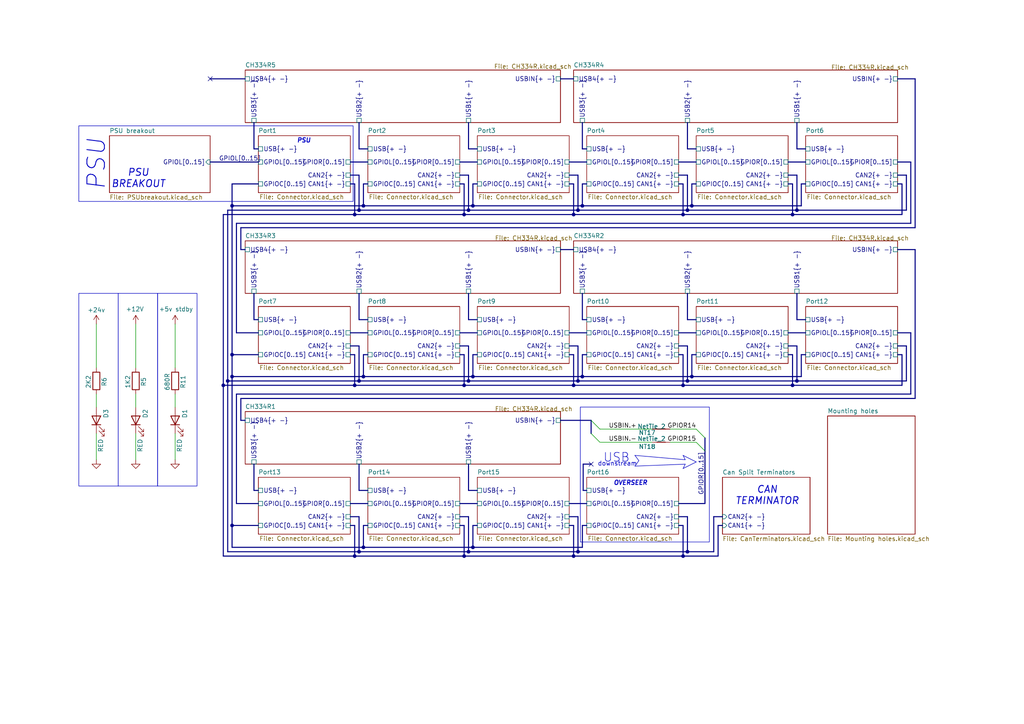
<source format=kicad_sch>
(kicad_sch (version 20231120) (generator "eeschema") (generator_version "8.0")
  (paper "A4")
  (title_block (title "ModuCard Active Backplane") (date "2024-11-15") (rev "A") (company "ModuCard System") (comment 1 "Artem Horiunov"))
  (lib_symbols
    (symbol "Device:LED" (pin_numbers hide) (pin_names (offset 1.016) hide)
      (property "Reference" "D" (at 0 2.54 0))
      (property "Value" "LED" (at 0 -2.54 0))
      (symbol "LED_0_1"
        (polyline (pts (xy -1.27 -1.27) (xy -1.27 1.27)) (stroke (width 0.254)))
        (polyline (pts (xy -1.27 0) (xy 1.27 0)))
        (polyline (pts (xy 1.27 -1.27) (xy 1.27 1.27) (xy -1.27 0) (xy 1.27 -1.27)) (stroke (width 0.254)))
        (polyline (pts (xy -3.048 -0.762) (xy -4.572 -2.286) (xy -3.81 -2.286) (xy -4.572 -2.286) (xy -4.572 -1.524)))
        (polyline (pts (xy -1.778 -0.762) (xy -3.302 -2.286) (xy -2.54 -2.286) (xy -3.302 -2.286) (xy -3.302 -1.524)))
      )
      (symbol "LED_1_1"
        (pin passive line (at -3.81 0 0) (length 2.54) (name "K") (number "1"))
        (pin passive line (at 3.81 0 180) (length 2.54) (name "A") (number "2"))
      )
    )
    (symbol "Device:NetTie_2" (pin_numbers hide) (pin_names (offset 0) hide) (in_bom no)
      (property "Reference" "NT" (at 0 1.27 0))
      (property "Value" "NetTie_2" (at 0 -1.27 0))
      (symbol "NetTie_2_0_1"
        (polyline (pts (xy -1.27 0) (xy 1.27 0)) (stroke (width 0.254)))
      )
      (symbol "NetTie_2_1_1"
        (pin passive line (at -2.54 0 0) (length 2.54) (name "1") (number "1"))
        (pin passive line (at 2.54 0 180) (length 2.54) (name "2") (number "2"))
      )
    )
    (symbol "Device:R" (pin_numbers hide) (pin_names (offset 0))
      (property "Reference" "R" (at 2.032 0 90))
      (property "Value" "R" (at 0 0 90))
      (symbol "R_0_1"
        (rectangle (start -1.016 -2.54) (end 1.016 2.54) (stroke (width 0.254)))
      )
      (symbol "R_1_1"
        (pin passive line (at 0 3.81 270) (length 1.27) (name "~") (number "1"))
        (pin passive line (at 0 -3.81 90) (length 1.27) (name "~") (number "2"))
      )
    )
    (symbol "power:+12V" (power) (pin_numbers hide) (pin_names (offset 0) hide)
      (property "Value" "+12V" (at 0 3.556 0))
      (symbol "+12V_0_1"
        (polyline (pts (xy -0.762 1.27) (xy 0 2.54)))
        (polyline (pts (xy 0 0) (xy 0 2.54)))
        (polyline (pts (xy 0 2.54) (xy 0.762 1.27)))
      )
      (symbol "+12V_1_1"
        (pin power_in line (at 0 0 90) (length 0) (name "~") (number "1"))
      )
    )
    (symbol "power:GND" (power) (pin_numbers hide) (pin_names (offset 0) hide)
      (property "Value" "GND" (at 0 -3.81 0))
      (symbol "GND_0_1"
        (polyline (pts (xy 0 0) (xy 0 -1.27) (xy 1.27 -1.27) (xy 0 -2.54) (xy -1.27 -1.27) (xy 0 -1.27)))
      )
      (symbol "GND_1_1"
        (pin power_in line (at 0 0 270) (length 0) (name "~") (number "1"))
      )
    )
  )
  (junction (at 67.31 109.22))
  (junction (at 199.39 110.49))
  (junction (at 166.37 62.23))
  (junction (at 105.41 158.75))
  (junction (at 198.12 161.29))
  (junction (at 102.87 111.76))
  (junction (at 104.14 110.49))
  (junction (at 104.14 60.96))
  (junction (at 67.31 59.69))
  (junction (at 199.39 60.96))
  (junction (at 135.89 60.96))
  (junction (at 168.91 109.22))
  (junction (at 137.16 158.75))
  (junction (at 135.89 110.49))
  (junction (at 200.66 109.22))
  (junction (at 64.77 111.76))
  (junction (at 134.62 62.23))
  (junction (at 199.39 160.02))
  (junction (at 67.31 102.87))
  (junction (at 200.66 59.69))
  (junction (at 231.14 110.49))
  (junction (at 66.04 110.49))
  (junction (at 137.16 59.69))
  (junction (at 104.14 160.02))
  (junction (at 166.37 161.29))
  (junction (at 229.87 62.23))
  (junction (at 167.64 60.96))
  (junction (at 231.14 60.96))
  (junction (at 134.62 111.76))
  (junction (at 137.16 109.22))
  (junction (at 198.12 62.23))
  (junction (at 102.87 62.23))
  (junction (at 229.87 111.76))
  (junction (at 167.64 110.49))
  (junction (at 166.37 111.76))
  (junction (at 134.62 161.29))
  (junction (at 105.41 109.22))
  (junction (at 168.91 59.69))
  (junction (at 198.12 111.76))
  (junction (at 105.41 59.69))
  (junction (at 67.31 152.4))
  (junction (at 102.87 161.29))
  (junction (at 167.64 160.02))
  (junction (at 135.89 160.02))
  (no_connect (at 60.96 22.86))
  (no_connect (at 171.45 134.62))
  (bus_entry (at 171.45 125.73) (size 2.54 2.54))
  (bus_entry (at 204.47 130.81) (size -2.54 -2.54))
  (bus_entry (at 171.45 121.92) (size 2.54 2.54))
  (bus_entry (at 204.47 127) (size -2.54 -2.54))
  (bus (pts (xy 167.64 149.86) (xy 167.64 160.02)))
  (bus (pts (xy 66.04 160.02) (xy 104.14 160.02)))
  (bus (pts (xy 165.1 46.99) (xy 170.18 46.99)))
  (bus (pts (xy 135.89 110.49) (xy 167.64 110.49)))
  (bus (pts (xy 165.1 96.52) (xy 170.18 96.52)))
  (bus (pts (xy 166.37 53.34) (xy 166.37 62.23)))
  (bus (pts (xy 67.31 59.69) (xy 105.41 59.69)))
  (bus (pts (xy 198.12 102.87) (xy 198.12 111.76)))
  (bus (pts (xy 261.62 111.76) (xy 261.62 102.87)))
  (wire (pts (xy 27.94 125.73) (xy 27.94 133.35)))
  (bus (pts (xy 229.87 62.23) (xy 198.12 62.23)))
  (wire (pts (xy 39.37 114.3) (xy 39.37 118.11)))
  (bus (pts (xy 135.89 60.96) (xy 167.64 60.96)))
  (bus (pts (xy 104.14 35.56) (xy 104.14 43.18)))
  (bus (pts (xy 264.16 114.3) (xy 68.58 114.3)))
  (bus (pts (xy 232.41 53.34) (xy 232.41 59.69)))
  (bus (pts (xy 165.1 100.33) (xy 167.64 100.33)))
  (wire (pts (xy 39.37 125.73) (xy 39.37 133.35)))
  (bus (pts (xy 104.14 92.71) (xy 106.68 92.71)))
  (bus (pts (xy 165.1 146.05) (xy 170.18 146.05)))
  (bus (pts (xy 102.87 53.34) (xy 102.87 62.23)))
  (bus (pts (xy 68.58 114.3) (xy 68.58 146.05)))
  (bus (pts (xy 228.6 50.8) (xy 231.14 50.8)))
  (bus (pts (xy 101.6 100.33) (xy 104.14 100.33)))
  (bus (pts (xy 232.41 102.87) (xy 232.41 109.22)))
  (bus (pts (xy 102.87 161.29) (xy 64.77 161.29)))
  (bus (pts (xy 134.62 152.4) (xy 134.62 161.29)))
  (bus (pts (xy 73.66 134.62) (xy 73.66 142.24)))
  (bus (pts (xy 231.14 100.33) (xy 231.14 110.49)))
  (bus (pts (xy 207.01 149.86) (xy 209.55 149.86)))
  (bus (pts (xy 199.39 100.33) (xy 199.39 110.49)))
  (bus (pts (xy 207.01 160.02) (xy 207.01 149.86)))
  (bus (pts (xy 264.16 96.52) (xy 260.35 96.52)))
  (bus (pts (xy 73.66 35.56) (xy 73.66 43.18)))
  (bus (pts (xy 168.91 158.75) (xy 137.16 158.75)))
  (bus (pts (xy 106.68 53.34) (xy 105.41 53.34)))
  (bus (pts (xy 134.62 53.34) (xy 134.62 62.23)))
  (bus (pts (xy 167.64 110.49) (xy 199.39 110.49)))
  (bus (pts (xy 200.66 109.22) (xy 168.91 109.22)))
  (bus (pts (xy 199.39 110.49) (xy 231.14 110.49)))
  (bus (pts (xy 228.6 100.33) (xy 231.14 100.33)))
  (bus (pts (xy 229.87 111.76) (xy 198.12 111.76)))
  (bus (pts (xy 104.14 50.8) (xy 104.14 60.96)))
  (bus (pts (xy 104.14 60.96) (xy 66.04 60.96)))
  (bus (pts (xy 165.1 152.4) (xy 166.37 152.4)))
  (bus (pts (xy 167.64 100.33) (xy 167.64 110.49)))
  (bus (pts (xy 201.93 102.87) (xy 200.66 102.87)))
  (bus (pts (xy 105.41 102.87) (xy 105.41 109.22)))
  (bus (pts (xy 168.91 43.18) (xy 170.18 43.18)))
  (bus (pts (xy 208.28 152.4) (xy 208.28 161.29)))
  (bus (pts (xy 135.89 50.8) (xy 135.89 60.96)))
  (bus (pts (xy 198.12 161.29) (xy 166.37 161.29)))
  (polyline (pts (xy 198.12 135.89) (xy 201.93 133.985)))
  (polyline (pts (xy 185.293 133.604) (xy 184.1667 135.1963)))
  (bus (pts (xy 167.64 50.8) (xy 167.64 60.96)))
  (bus (pts (xy 138.43 53.34) (xy 137.16 53.34)))
  (wire (pts (xy 27.94 106.68) (xy 27.94 93.98)))
  (bus (pts (xy 133.35 146.05) (xy 138.43 146.05)))
  (bus (pts (xy 170.18 102.87) (xy 168.91 102.87)))
  (bus (pts (xy 101.6 96.52) (xy 106.68 96.52)))
  (bus (pts (xy 134.62 102.87) (xy 134.62 111.76)))
  (bus (pts (xy 231.14 60.96) (xy 262.89 60.96)))
  (bus (pts (xy 69.85 115.57) (xy 265.43 115.57)))
  (bus (pts (xy 135.89 35.56) (xy 135.89 43.18)))
  (bus (pts (xy 231.14 110.49) (xy 262.89 110.49)))
  (bus (pts (xy 198.12 53.34) (xy 198.12 62.23)))
  (polyline (pts (xy 198.12 132.08) (xy 198.755 133.35)))
  (bus (pts (xy 204.47 127) (xy 204.47 130.81)))
  (bus (pts (xy 165.1 50.8) (xy 167.64 50.8)))
  (bus (pts (xy 233.68 53.34) (xy 232.41 53.34)))
  (bus (pts (xy 133.35 149.86) (xy 135.89 149.86)))
  (bus (pts (xy 134.62 62.23) (xy 102.87 62.23)))
  (bus (pts (xy 166.37 152.4) (xy 166.37 161.29)))
  (bus (pts (xy 104.14 85.09) (xy 104.14 92.71)))
  (bus (pts (xy 133.35 102.87) (xy 134.62 102.87)))
  (bus (pts (xy 106.68 152.4) (xy 105.41 152.4)))
  (bus (pts (xy 169.1525 134.62) (xy 171.45 134.62)))
  (bus (pts (xy 262.89 100.33) (xy 260.35 100.33)))
  (bus (pts (xy 105.41 53.34) (xy 105.41 59.69)))
  (bus (pts (xy 104.14 134.62) (xy 104.14 142.24)))
  (polyline (pts (xy 198.755 134.62) (xy 198.12 135.89)))
  (bus (pts (xy 104.14 149.86) (xy 104.14 160.02)))
  (bus (pts (xy 231.14 43.18) (xy 233.68 43.18)))
  (bus (pts (xy 162.56 72.39) (xy 166.37 72.39)))
  (bus (pts (xy 209.55 152.4) (xy 208.28 152.4)))
  (bus (pts (xy 166.37 62.23) (xy 134.62 62.23)))
  (bus (pts (xy 265.43 72.39) (xy 260.35 72.39)))
  (bus (pts (xy 138.43 102.87) (xy 137.16 102.87)))
  (bus (pts (xy 196.85 149.86) (xy 199.39 149.86)))
  (bus (pts (xy 169.1525 142.24) (xy 169.1525 134.62)))
  (bus (pts (xy 66.04 110.49) (xy 66.04 160.02)))
  (bus (pts (xy 137.16 109.22) (xy 105.41 109.22)))
  (bus (pts (xy 166.37 111.76) (xy 134.62 111.76)))
  (bus (pts (xy 200.66 102.87) (xy 200.66 109.22)))
  (bus (pts (xy 228.6 46.99) (xy 233.68 46.99)))
  (bus (pts (xy 229.87 111.76) (xy 261.62 111.76)))
  (bus (pts (xy 104.14 60.96) (xy 135.89 60.96)))
  (bus (pts (xy 265.43 66.04) (xy 265.43 22.86)))
  (bus (pts (xy 196.85 100.33) (xy 199.39 100.33)))
  (bus (pts (xy 231.14 50.8) (xy 231.14 60.96)))
  (bus (pts (xy 104.14 142.24) (xy 106.68 142.24)))
  (bus (pts (xy 198.12 111.76) (xy 166.37 111.76)))
  (bus (pts (xy 167.64 160.02) (xy 199.39 160.02)))
  (bus (pts (xy 67.31 102.87) (xy 67.31 59.69)))
  (bus (pts (xy 199.39 43.18) (xy 201.93 43.18)))
  (bus (pts (xy 135.89 134.62) (xy 135.89 142.24)))
  (bus (pts (xy 168.91 102.87) (xy 168.91 109.22)))
  (bus (pts (xy 105.41 158.75) (xy 67.31 158.75)))
  (bus (pts (xy 262.89 50.8) (xy 260.35 50.8)))
  (bus (pts (xy 60.96 46.99) (xy 74.93 46.99)))
  (bus (pts (xy 200.66 59.69) (xy 168.91 59.69)))
  (bus (pts (xy 196.85 146.05) (xy 204.47 146.05)))
  (bus (pts (xy 134.62 111.76) (xy 102.87 111.76)))
  (bus (pts (xy 228.6 96.52) (xy 233.68 96.52)))
  (bus (pts (xy 104.14 110.49) (xy 135.89 110.49)))
  (bus (pts (xy 67.31 53.34) (xy 67.31 59.69)))
  (bus (pts (xy 60.96 22.86) (xy 71.12 22.86)))
  (bus (pts (xy 73.66 85.09) (xy 73.66 92.71)))
  (bus (pts (xy 199.39 50.8) (xy 199.39 60.96)))
  (bus (pts (xy 204.47 130.81) (xy 204.47 146.05)))
  (bus (pts (xy 133.35 46.99) (xy 138.43 46.99)))
  (polyline (pts (xy 184.1667 135.1963) (xy 198.755 134.62)))
  (bus (pts (xy 133.35 53.34) (xy 134.62 53.34)))
  (bus (pts (xy 170.18 142.24) (xy 169.1525 142.24)))
  (bus (pts (xy 71.12 72.39) (xy 69.85 72.39)))
  (bus (pts (xy 260.35 53.34) (xy 261.62 53.34)))
  (bus (pts (xy 199.39 85.09) (xy 199.39 92.71)))
  (bus (pts (xy 168.91 92.71) (xy 170.18 92.71)))
  (bus (pts (xy 228.6 53.34) (xy 229.87 53.34)))
  (bus (pts (xy 196.85 46.99) (xy 201.93 46.99)))
  (bus (pts (xy 264.16 114.3) (xy 264.16 96.52)))
  (bus (pts (xy 66.04 60.96) (xy 66.04 110.49)))
  (bus (pts (xy 229.87 53.34) (xy 229.87 62.23)))
  (bus (pts (xy 64.77 111.76) (xy 64.77 62.23)))
  (wire (pts (xy 50.8 106.68) (xy 50.8 93.98)))
  (bus (pts (xy 165.1 102.87) (xy 166.37 102.87)))
  (bus (pts (xy 228.6 102.87) (xy 229.87 102.87)))
  (bus (pts (xy 64.77 161.29) (xy 64.77 111.76)))
  (bus (pts (xy 166.37 161.29) (xy 134.62 161.29)))
  (bus (pts (xy 133.35 100.33) (xy 135.89 100.33)))
  (bus (pts (xy 73.66 43.18) (xy 74.93 43.18)))
  (bus (pts (xy 69.85 66.04) (xy 265.43 66.04)))
  (bus (pts (xy 104.14 160.02) (xy 135.89 160.02)))
  (bus (pts (xy 166.37 102.87) (xy 166.37 111.76)))
  (bus (pts (xy 67.31 152.4) (xy 67.31 109.22)))
  (bus (pts (xy 137.16 158.75) (xy 105.41 158.75)))
  (bus (pts (xy 106.68 102.87) (xy 105.41 102.87)))
  (bus (pts (xy 135.89 149.86) (xy 135.89 160.02)))
  (wire (pts (xy 50.8 114.3) (xy 50.8 118.11)))
  (bus (pts (xy 102.87 102.87) (xy 102.87 111.76)))
  (bus (pts (xy 67.31 158.75) (xy 67.31 152.4)))
  (bus (pts (xy 101.6 50.8) (xy 104.14 50.8)))
  (bus (pts (xy 168.91 109.22) (xy 137.16 109.22)))
  (bus (pts (xy 233.68 102.87) (xy 232.41 102.87)))
  (bus (pts (xy 170.18 53.34) (xy 168.91 53.34)))
  (bus (pts (xy 201.93 53.34) (xy 200.66 53.34)))
  (bus (pts (xy 135.89 92.71) (xy 138.43 92.71)))
  (bus (pts (xy 231.14 35.56) (xy 231.14 43.18)))
  (bus (pts (xy 67.31 109.22) (xy 67.31 102.87)))
  (bus (pts (xy 101.6 102.87) (xy 102.87 102.87)))
  (bus (pts (xy 74.93 53.34) (xy 67.31 53.34)))
  (bus (pts (xy 137.16 59.69) (xy 105.41 59.69)))
  (bus (pts (xy 232.41 109.22) (xy 200.66 109.22)))
  (bus (pts (xy 101.6 152.4) (xy 102.87 152.4)))
  (bus (pts (xy 229.87 62.23) (xy 261.62 62.23)))
  (bus (pts (xy 68.58 146.05) (xy 74.93 146.05)))
  (bus (pts (xy 261.62 62.23) (xy 261.62 53.34)))
  (bus (pts (xy 199.39 92.71) (xy 201.93 92.71)))
  (bus (pts (xy 167.64 60.96) (xy 199.39 60.96)))
  (bus (pts (xy 133.35 50.8) (xy 135.89 50.8)))
  (bus (pts (xy 264.16 46.99) (xy 264.16 64.77)))
  (bus (pts (xy 102.87 152.4) (xy 102.87 161.29)))
  (bus (pts (xy 138.43 152.4) (xy 137.16 152.4)))
  (bus (pts (xy 165.1 53.34) (xy 166.37 53.34)))
  (bus (pts (xy 199.39 149.86) (xy 199.39 160.02)))
  (bus (pts (xy 64.77 62.23) (xy 102.87 62.23)))
  (bus (pts (xy 170.18 152.4) (xy 168.91 152.4)))
  (wire (pts (xy 27.94 114.3) (xy 27.94 118.11)))
  (wire (pts (xy 50.8 125.73) (xy 50.8 133.35)))
  (bus (pts (xy 262.89 110.49) (xy 262.89 100.33)))
  (bus (pts (xy 196.85 96.52) (xy 201.93 96.52)))
  (bus (pts (xy 133.35 152.4) (xy 134.62 152.4)))
  (bus (pts (xy 135.89 160.02) (xy 167.64 160.02)))
  (bus (pts (xy 168.91 152.4) (xy 168.91 158.75)))
  (bus (pts (xy 265.43 115.57) (xy 265.43 72.39)))
  (bus (pts (xy 162.56 121.92) (xy 171.45 121.92)))
  (bus (pts (xy 168.91 53.34) (xy 168.91 59.69)))
  (bus (pts (xy 199.39 60.96) (xy 231.14 60.96)))
  (bus (pts (xy 198.12 62.23) (xy 166.37 62.23)))
  (bus (pts (xy 196.85 102.87) (xy 198.12 102.87)))
  (wire (pts (xy 201.93 128.27) (xy 194.31 128.27)))
  (bus (pts (xy 232.41 59.69) (xy 200.66 59.69)))
  (bus (pts (xy 68.58 64.77) (xy 68.58 96.52)))
  (bus (pts (xy 135.89 142.24) (xy 138.43 142.24)))
  (bus (pts (xy 135.89 100.33) (xy 135.89 110.49)))
  (bus (pts (xy 165.1 149.86) (xy 167.64 149.86)))
  (wire (pts (xy 39.37 106.68) (xy 39.37 93.98)))
  (bus (pts (xy 133.35 96.52) (xy 138.43 96.52)))
  (bus (pts (xy 101.6 53.34) (xy 102.87 53.34)))
  (bus (pts (xy 208.28 161.29) (xy 198.12 161.29)))
  (bus (pts (xy 105.41 152.4) (xy 105.41 158.75)))
  (polyline (pts (xy 184.15 132.08) (xy 185.293 133.604)))
  (bus (pts (xy 135.89 43.18) (xy 138.43 43.18)))
  (bus (pts (xy 137.16 53.34) (xy 137.16 59.69)))
  (bus (pts (xy 67.31 102.87) (xy 74.93 102.87)))
  (bus (pts (xy 264.16 64.77) (xy 68.58 64.77)))
  (polyline (pts (xy 201.93 133.985) (xy 198.12 132.08)))
  (bus (pts (xy 104.14 100.33) (xy 104.14 110.49)))
  (bus (pts (xy 134.62 161.29) (xy 102.87 161.29)))
  (bus (pts (xy 199.39 160.02) (xy 207.01 160.02)))
  (bus (pts (xy 196.85 50.8) (xy 199.39 50.8)))
  (bus (pts (xy 73.66 92.71) (xy 74.93 92.71)))
  (bus (pts (xy 69.85 121.92) (xy 69.85 115.57)))
  (bus (pts (xy 262.89 60.96) (xy 262.89 50.8)))
  (wire (pts (xy 194.31 124.46) (xy 201.93 124.46)))
  (bus (pts (xy 73.66 142.24) (xy 74.93 142.24)))
  (bus (pts (xy 101.6 46.99) (xy 106.68 46.99)))
  (bus (pts (xy 196.85 53.34) (xy 198.12 53.34)))
  (bus (pts (xy 162.56 22.86) (xy 166.37 22.86)))
  (bus (pts (xy 66.04 110.49) (xy 104.14 110.49)))
  (bus (pts (xy 231.14 92.71) (xy 233.68 92.71)))
  (wire (pts (xy 173.99 128.27) (xy 189.23 128.27)))
  (bus (pts (xy 137.16 102.87) (xy 137.16 109.22)))
  (bus (pts (xy 67.31 152.4) (xy 74.93 152.4)))
  (bus (pts (xy 199.39 35.56) (xy 199.39 43.18)))
  (bus (pts (xy 71.12 121.92) (xy 69.85 121.92)))
  (bus (pts (xy 260.35 46.99) (xy 264.16 46.99)))
  (bus (pts (xy 101.6 149.86) (xy 104.14 149.86)))
  (wire (pts (xy 173.99 124.46) (xy 189.23 124.46)))
  (bus (pts (xy 69.85 72.39) (xy 69.85 66.04)))
  (bus (pts (xy 104.14 43.18) (xy 106.68 43.18)))
  (bus (pts (xy 168.91 85.09) (xy 168.91 92.71)))
  (bus (pts (xy 168.91 35.56) (xy 168.91 43.18)))
  (bus (pts (xy 102.87 111.76) (xy 64.77 111.76)))
  (bus (pts (xy 135.89 85.09) (xy 135.89 92.71)))
  (bus (pts (xy 231.14 85.09) (xy 231.14 92.71)))
  (bus (pts (xy 200.66 53.34) (xy 200.66 59.69)))
  (bus (pts (xy 229.87 102.87) (xy 229.87 111.76)))
  (bus (pts (xy 260.35 102.87) (xy 261.62 102.87)))
  (bus (pts (xy 198.12 152.4) (xy 198.12 161.29)))
  (bus (pts (xy 168.91 59.69) (xy 137.16 59.69)))
  (polyline (pts (xy 198.755 133.35) (xy 184.15 132.08)))
  (bus (pts (xy 68.58 96.52) (xy 74.93 96.52)))
  (bus (pts (xy 265.43 22.86) (xy 260.35 22.86)))
  (bus (pts (xy 105.41 109.22) (xy 67.31 109.22)))
  (bus (pts (xy 101.6 146.05) (xy 106.68 146.05)))
  (bus (pts (xy 196.85 152.4) (xy 198.12 152.4)))
  (bus (pts (xy 171.45 121.92) (xy 171.45 125.73)))
  (bus (pts (xy 137.16 152.4) (xy 137.16 158.75)))
  (rectangle (start 168.3111 118.0625) (end 205.74 157.1978))
  (rectangle (start 34.29 85.09) (end 45.72 140.97))
  (rectangle (start 45.72 85.09) (end 57.15 140.97))
  (rectangle (start 22.86 85.09) (end 34.29 140.97))
  (rectangle (start 22.86 36.4964) (end 102.4215 58.42))
  (text "OVERSEER" (at 182.88 140.208 0) (effects (font (size 1.27 1.27) (thickness 0.254) (bold yes) (italic yes))))
  (text "PSU" (at 27.94 47.752 90) (effects (font (size 5.08 5.08) (thickness 0.254) (bold yes) (italic yes))))
  (text "PSU" (at 88.138 40.894 0) (effects (font (size 1.27 1.27) (thickness 0.254) (bold yes) (italic yes))))
  (text "downstream" (at 179.07 134.62 0) (effects (font (size 1.27 1.27))))
  (text "PSU\nBREAKOUT" (at 40.132 51.816 0) (effects (font (size 2.032 2.032) (thickness 0.254) (bold yes) (italic yes))))
  (text "CAN\nTERMINATOR\n" (at 222.504 143.764 0) (effects (font (size 2.032 2.032) (thickness 0.254) (bold yes) (italic yes))))
  (text "USB\n" (at 178.816 132.842 0) (effects (font (size 2.54 2.54))))
  (label "USBIN.+" (at 176.53 124.46 0))
  (label "USBIN.-" (at 176.53 128.27 0))
  (label "GPIOL[0..15]" (at 63.5 46.99 0))
  (label "GPIOR14" (at 201.93 124.46 180))
  (label "GPIOR15" (at 201.93 128.27 180))
  (label "GPIOR[0..15]" (at 204.47 143.51 90))
  (symbol (lib_id "power:+12V") (at 27.94 93.98 0) (mirror y) (unit 1)
    (property "Reference" "#PWR09" (effects (hide yes)))
    (property "Value" "+24v" (at 27.94 89.916 0))
    (property "Description" "Power symbol creates a global label with name \"+12V\"" (effects (hide yes)))
  )
  (symbol (lib_id "Device:R") (at 27.94 110.49 0) (unit 1)
    (property "Reference" "R6" (at 30.226 110.744 90))
    (property "Value" "2K2" (at 25.654 110.744 90))
    (property "Footprint" "Resistor_SMD:R_0402_1005Metric" (effects (hide yes)))
    (property "Description" "Resistor" (effects (hide yes)))
  )
  (symbol (lib_id "Device:R") (at 50.8 110.49 0) (unit 1)
    (property "Reference" "R11" (at 53.086 110.744 90))
    (property "Value" "680R" (at 48.514 110.744 90))
    (property "Footprint" "Resistor_SMD:R_0402_1005Metric" (effects (hide yes)))
    (property "Description" "Resistor" (effects (hide yes)))
  )
  (symbol (lib_id "power:+12V") (at 50.8 93.98 0) (unit 1)
    (property "Reference" "#PWR0631" (effects (hide yes)))
    (property "Value" "+5v stdby" (at 51.054 89.662 0))
    (property "Description" "Power symbol creates a global label with name \"+12V\"" (effects (hide yes)))
  )
  (symbol (lib_id "power:GND") (at 50.8 133.35 0) (unit 1)
    (property "Reference" "#PWR012" (effects (hide yes)))
    (property "Value" "GND" (effects (hide yes)))
  )
  (symbol (lib_id "Device:LED") (at 27.94 121.92 90) (unit 1)
    (property "Reference" "D3" (at 30.734 118.618 0) (effects (justify right)))
    (property "Value" "RED" (at 29.21 127.254 0) (effects (justify right)))
    (property "Footprint" "Diode_SMD:D_0402_1005Metric" (effects (hide yes)))
    (property "Description" "Light emitting diode" (effects (hide yes)))
  )
  (symbol (lib_id "Device:LED") (at 39.37 121.92 90) (unit 1)
    (property "Reference" "D2" (at 42.164 118.618 0) (effects (justify right)))
    (property "Value" "RED" (at 40.64 127.254 0) (effects (justify right)))
    (property "Footprint" "Diode_SMD:D_0402_1005Metric" (effects (hide yes)))
    (property "Description" "Light emitting diode" (effects (hide yes)))
  )
  (symbol (lib_id "power:GND") (at 39.37 133.35 0) (unit 1)
    (property "Reference" "#PWR06" (effects (hide yes)))
    (property "Value" "GND" (effects (hide yes)))
  )
  (symbol (lib_id "power:+12V") (at 39.37 93.98 0) (mirror y) (unit 1)
    (property "Reference" "#PWR05" (effects (hide yes)))
    (property "Value" "+12V" (at 39.116 89.662 0))
    (property "Description" "Power symbol creates a global label with name \"+12V\"" (effects (hide yes)))
  )
  (symbol (lib_id "Device:NetTie_2") (at 191.77 124.46 0) (unit 1) (in_bom no)
    (property "Reference" "NT17" (at 187.706 125.476 0))
    (property "Value" "NetTie_2" (at 188.976 123.698 0))
    (property "Footprint" "NetTie:NetTie-2_SMD_Pad0.5mm" (effects (hide yes)))
    (property "Description" "Net tie, 2 pins" (effects (hide yes)))
  )
  (symbol (lib_id "power:GND") (at 27.94 133.35 0) (unit 1)
    (property "Reference" "#PWR010" (effects (hide yes)))
    (property "Value" "GND" (effects (hide yes)))
  )
  (symbol (lib_id "Device:NetTie_2") (at 191.77 128.27 0) (unit 1) (in_bom no)
    (property "Reference" "NT18" (at 187.706 129.54 0))
    (property "Value" "NetTie_2" (at 188.976 127.254 0))
    (property "Footprint" "NetTie:NetTie-2_SMD_Pad0.5mm" (effects (hide yes)))
    (property "Description" "Net tie, 2 pins" (effects (hide yes)))
  )
  (symbol (lib_id "Device:R") (at 39.37 110.49 0) (unit 1)
    (property "Reference" "R5" (at 41.656 110.744 90))
    (property "Value" "1K2" (at 37.084 110.744 90))
    (property "Footprint" "Resistor_SMD:R_0402_1005Metric" (effects (hide yes)))
    (property "Description" "Resistor" (effects (hide yes)))
  )
  (symbol (lib_id "Device:LED") (at 50.8 121.92 90) (unit 1)
    (property "Reference" "D1" (at 53.594 118.618 0) (effects (justify right)))
    (property "Value" "RED" (at 52.07 127.254 0) (effects (justify right)))
    (property "Footprint" "Diode_SMD:D_0402_1005Metric" (effects (hide yes)))
    (property "Description" "Light emitting diode" (effects (hide yes)))
  )
  (sheet (at 166.37 69.85) (size 93.98 15.24) (stroke (width 0.1524))
    (property "Sheetname" "CH334R2" (at 166.37 69.1384 0) (effects (justify left bottom)))
    (property "Sheetfile" "CH334R.kicad_sch" (at 241.046 68.326 0) (effects (justify left top)))
    (pin "USB1{+ -}" passive (at 231.14 85.09 270))
    (pin "USB3{+ -}" passive (at 168.91 85.09 270))
    (pin "USB2{+ -}" passive (at 199.39 85.09 270))
    (pin "USB4{+ -}" passive (at 166.37 72.39 180))
    (pin "USBIN{+ -}" passive (at 260.35 72.39 0))
  )
  (sheet (at 240.03 120.65) (size 25.4 34.29) (stroke (width 0.1524))
    (property "Sheetname" "Mounting holes" (at 240.03 119.9384 0) (effects (justify left bottom)))
    (property "Sheetfile" "Mounting holes.kicad_sch" (at 240.03 155.5246 0) (effects (justify left top)))
  )
  (sheet (at 71.12 20.32) (size 91.44 15.24) (stroke (width 0.1524))
    (property "Sheetname" "CH334R5" (at 71.12 19.6084 0) (effects (justify left bottom)))
    (property "Sheetfile" "CH334R.kicad_sch" (at 143.256 18.542 0) (effects (justify left top)))
    (pin "USB1{+ -}" passive (at 135.89 35.56 270))
    (pin "USB3{+ -}" passive (at 73.66 35.56 270))
    (pin "USB2{+ -}" passive (at 104.14 35.56 270))
    (pin "USB4{+ -}" passive (at 71.12 22.86 180))
    (pin "USBIN{+ -}" passive (at 162.56 22.86 0))
  )
  (sheet (at 209.55 138.43) (size 25.4 16.51) (stroke (width 0.1524))
    (property "Sheetname" "Can Split Terminators" (at 209.55 137.7184 0) (effects (justify left bottom)))
    (property "Sheetfile" "CanTerminators.kicad_sch" (at 209.55 155.5246 0) (effects (justify left top)))
    (pin "CAN2{+ -}" input (at 209.55 149.86 180))
    (pin "CAN1{+ -}" input (at 209.55 152.4 180))
  )
  (sheet (at 170.18 39.37) (size 26.67 16.51) (stroke (width 0.1524))
    (property "Sheetname" "Port4" (at 170.18 38.608 0) (effects (justify left bottom)))
    (property "Sheetfile" "Connector.kicad_sch" (at 170.434 56.388 0) (effects (justify left top)))
    (pin "GPIOL[0..15]" passive (at 170.18 46.99 180))
    (pin "GPIOC[0..15]" passive (at 170.18 53.34 180))
    (pin "GPIOR[0..15]" passive (at 196.85 46.99 0))
    (pin "CAN2{+ -}" passive (at 196.85 50.8 0))
    (pin "CAN1{+ -}" passive (at 196.85 53.34 0))
    (pin "USB{+ -}" passive (at 170.18 43.18 180))
  )
  (sheet (at 201.93 39.37) (size 26.67 16.51) (stroke (width 0.1524))
    (property "Sheetname" "Port5" (at 201.93 38.608 0) (effects (justify left bottom)))
    (property "Sheetfile" "Connector.kicad_sch" (at 202.184 56.388 0) (effects (justify left top)))
    (pin "GPIOL[0..15]" passive (at 201.93 46.99 180))
    (pin "GPIOC[0..15]" passive (at 201.93 53.34 180))
    (pin "GPIOR[0..15]" passive (at 228.6 46.99 0))
    (pin "CAN2{+ -}" passive (at 228.6 50.8 0))
    (pin "CAN1{+ -}" passive (at 228.6 53.34 0))
    (pin "USB{+ -}" passive (at 201.93 43.18 180))
  )
  (sheet (at 166.37 20.32) (size 93.98 15.24) (stroke (width 0.1524))
    (property "Sheetname" "CH334R4" (at 166.37 19.6084 0) (effects (justify left bottom)))
    (property "Sheetfile" "CH334R.kicad_sch" (at 241.046 18.796 0) (effects (justify left top)))
    (pin "USB1{+ -}" passive (at 231.14 35.56 270))
    (pin "USB3{+ -}" passive (at 168.91 35.56 270))
    (pin "USB2{+ -}" passive (at 199.39 35.56 270))
    (pin "USB4{+ -}" passive (at 166.37 22.86 180))
    (pin "USBIN{+ -}" passive (at 260.35 22.86 0))
  )
  (sheet (at 71.12 69.85) (size 91.44 15.24) (stroke (width 0.1524))
    (property "Sheetname" "CH334R3" (at 71.12 69.1384 0) (effects (justify left bottom)))
    (property "Sheetfile" "CH334R.kicad_sch" (at 143.51 68.326 0) (effects (justify left top)))
    (pin "USB1{+ -}" passive (at 135.89 85.09 270))
    (pin "USB3{+ -}" passive (at 73.66 85.09 270))
    (pin "USB2{+ -}" passive (at 104.14 85.09 270))
    (pin "USB4{+ -}" passive (at 71.12 72.39 180))
    (pin "USBIN{+ -}" passive (at 162.56 72.39 0))
  )
  (sheet (at 74.93 39.37) (size 26.67 16.51) (stroke (width 0.1524))
    (property "Sheetname" "Port1" (at 74.93 38.608 0) (effects (justify left bottom)))
    (property "Sheetfile" "Connector.kicad_sch" (at 75.184 56.388 0) (effects (justify left top)))
    (pin "GPIOL[0..15]" passive (at 74.93 46.99 180))
    (pin "GPIOC[0..15]" passive (at 74.93 53.34 180))
    (pin "GPIOR[0..15]" passive (at 101.6 46.99 0))
    (pin "CAN2{+ -}" passive (at 101.6 50.8 0))
    (pin "CAN1{+ -}" passive (at 101.6 53.34 0))
    (pin "USB{+ -}" passive (at 74.93 43.18 180))
  )
  (sheet (at 233.68 88.9) (size 26.67 16.51) (stroke (width 0.1524))
    (property "Sheetname" "Port12" (at 233.68 88.138 0) (effects (justify left bottom)))
    (property "Sheetfile" "Connector.kicad_sch" (at 233.934 105.918 0) (effects (justify left top)))
    (pin "GPIOL[0..15]" passive (at 233.68 96.52 180))
    (pin "GPIOC[0..15]" passive (at 233.68 102.87 180))
    (pin "GPIOR[0..15]" passive (at 260.35 96.52 0))
    (pin "CAN2{+ -}" passive (at 260.35 100.33 0))
    (pin "CAN1{+ -}" passive (at 260.35 102.87 0))
    (pin "USB{+ -}" passive (at 233.68 92.71 180))
  )
  (sheet (at 74.93 138.43) (size 26.67 16.51) (stroke (width 0.1524))
    (property "Sheetname" "Port13" (at 74.93 137.668 0) (effects (justify left bottom)))
    (property "Sheetfile" "Connector.kicad_sch" (at 75.184 155.448 0) (effects (justify left top)))
    (pin "GPIOL[0..15]" passive (at 74.93 146.05 180))
    (pin "GPIOC[0..15]" passive (at 74.93 152.4 180))
    (pin "GPIOR[0..15]" passive (at 101.6 146.05 0))
    (pin "CAN2{+ -}" passive (at 101.6 149.86 0))
    (pin "CAN1{+ -}" passive (at 101.6 152.4 0))
    (pin "USB{+ -}" passive (at 74.93 142.24 180))
  )
  (sheet (at 233.68 39.37) (size 26.67 16.51) (stroke (width 0.1524))
    (property "Sheetname" "Port6" (at 233.68 38.608 0) (effects (justify left bottom)))
    (property "Sheetfile" "Connector.kicad_sch" (at 233.934 56.388 0) (effects (justify left top)))
    (pin "GPIOL[0..15]" passive (at 233.68 46.99 180))
    (pin "GPIOC[0..15]" passive (at 233.68 53.34 180))
    (pin "GPIOR[0..15]" passive (at 260.35 46.99 0))
    (pin "CAN2{+ -}" passive (at 260.35 50.8 0))
    (pin "CAN1{+ -}" passive (at 260.35 53.34 0))
    (pin "USB{+ -}" passive (at 233.68 43.18 180))
  )
  (sheet (at 106.68 88.9) (size 26.67 16.51) (stroke (width 0.1524))
    (property "Sheetname" "Port8" (at 106.68 88.138 0) (effects (justify left bottom)))
    (property "Sheetfile" "Connector.kicad_sch" (at 106.934 105.918 0) (effects (justify left top)))
    (pin "GPIOL[0..15]" passive (at 106.68 96.52 180))
    (pin "GPIOC[0..15]" passive (at 106.68 102.87 180))
    (pin "GPIOR[0..15]" passive (at 133.35 96.52 0))
    (pin "CAN2{+ -}" passive (at 133.35 100.33 0))
    (pin "CAN1{+ -}" passive (at 133.35 102.87 0))
    (pin "USB{+ -}" passive (at 106.68 92.71 180))
  )
  (sheet (at 201.93 88.9) (size 26.67 16.51) (stroke (width 0.1524))
    (property "Sheetname" "Port11" (at 201.93 88.138 0) (effects (justify left bottom)))
    (property "Sheetfile" "Connector.kicad_sch" (at 202.184 105.918 0) (effects (justify left top)))
    (pin "GPIOL[0..15]" passive (at 201.93 96.52 180))
    (pin "GPIOC[0..15]" passive (at 201.93 102.87 180))
    (pin "GPIOR[0..15]" passive (at 228.6 96.52 0))
    (pin "CAN2{+ -}" passive (at 228.6 100.33 0))
    (pin "CAN1{+ -}" passive (at 228.6 102.87 0))
    (pin "USB{+ -}" passive (at 201.93 92.71 180))
  )
  (sheet (at 71.12 119.38) (size 91.44 15.24) (stroke (width 0.1524))
    (property "Sheetname" "CH334R1" (at 71.12 118.6684 0) (effects (justify left bottom)))
    (property "Sheetfile" "CH334R.kicad_sch" (at 143.51 117.856 0) (effects (justify left top)))
    (pin "USB1{+ -}" passive (at 135.89 134.62 270))
    (pin "USB3{+ -}" passive (at 73.66 134.62 270))
    (pin "USB2{+ -}" passive (at 104.14 134.62 270))
    (pin "USB4{+ -}" passive (at 71.12 121.92 180))
    (pin "USBIN{+ -}" passive (at 162.56 121.92 0))
  )
  (sheet (at 106.68 39.37) (size 26.67 16.51) (stroke (width 0.1524))
    (property "Sheetname" "Port2" (at 106.68 38.608 0) (effects (justify left bottom)))
    (property "Sheetfile" "Connector.kicad_sch" (at 106.934 56.388 0) (effects (justify left top)))
    (pin "GPIOL[0..15]" passive (at 106.68 46.99 180))
    (pin "GPIOC[0..15]" passive (at 106.68 53.34 180))
    (pin "GPIOR[0..15]" passive (at 133.35 46.99 0))
    (pin "CAN2{+ -}" passive (at 133.35 50.8 0))
    (pin "CAN1{+ -}" passive (at 133.35 53.34 0))
    (pin "USB{+ -}" passive (at 106.68 43.18 180))
  )
  (sheet (at 74.93 88.9) (size 26.67 16.51) (stroke (width 0.1524))
    (property "Sheetname" "Port7" (at 74.93 88.138 0) (effects (justify left bottom)))
    (property "Sheetfile" "Connector.kicad_sch" (at 75.184 105.918 0) (effects (justify left top)))
    (pin "GPIOL[0..15]" passive (at 74.93 96.52 180))
    (pin "GPIOC[0..15]" passive (at 74.93 102.87 180))
    (pin "GPIOR[0..15]" passive (at 101.6 96.52 0))
    (pin "CAN2{+ -}" passive (at 101.6 100.33 0))
    (pin "CAN1{+ -}" passive (at 101.6 102.87 0))
    (pin "USB{+ -}" passive (at 74.93 92.71 180))
  )
  (sheet (at 106.68 138.43) (size 26.67 16.51) (stroke (width 0.1524))
    (property "Sheetname" "Port14" (at 106.68 137.668 0) (effects (justify left bottom)))
    (property "Sheetfile" "Connector.kicad_sch" (at 106.934 155.448 0) (effects (justify left top)))
    (pin "GPIOL[0..15]" passive (at 106.68 146.05 180))
    (pin "GPIOC[0..15]" passive (at 106.68 152.4 180))
    (pin "GPIOR[0..15]" passive (at 133.35 146.05 0))
    (pin "CAN2{+ -}" passive (at 133.35 149.86 0))
    (pin "CAN1{+ -}" passive (at 133.35 152.4 0))
    (pin "USB{+ -}" passive (at 106.68 142.24 180))
  )
  (sheet (at 170.18 88.9) (size 26.67 16.51) (stroke (width 0.1524))
    (property "Sheetname" "Port10" (at 170.18 88.138 0) (effects (justify left bottom)))
    (property "Sheetfile" "Connector.kicad_sch" (at 170.434 105.918 0) (effects (justify left top)))
    (pin "GPIOL[0..15]" passive (at 170.18 96.52 180))
    (pin "GPIOC[0..15]" passive (at 170.18 102.87 180))
    (pin "GPIOR[0..15]" passive (at 196.85 96.52 0))
    (pin "CAN2{+ -}" passive (at 196.85 100.33 0))
    (pin "CAN1{+ -}" passive (at 196.85 102.87 0))
    (pin "USB{+ -}" passive (at 170.18 92.71 180))
  )
  (sheet (at 138.43 88.9) (size 26.67 16.51) (stroke (width 0.1524))
    (property "Sheetname" "Port9" (at 138.43 88.138 0) (effects (justify left bottom)))
    (property "Sheetfile" "Connector.kicad_sch" (at 138.684 105.918 0) (effects (justify left top)))
    (pin "GPIOL[0..15]" passive (at 138.43 96.52 180))
    (pin "GPIOC[0..15]" passive (at 138.43 102.87 180))
    (pin "GPIOR[0..15]" passive (at 165.1 96.52 0))
    (pin "CAN2{+ -}" passive (at 165.1 100.33 0))
    (pin "CAN1{+ -}" passive (at 165.1 102.87 0))
    (pin "USB{+ -}" passive (at 138.43 92.71 180))
  )
  (sheet (at 138.43 39.37) (size 26.67 16.51) (stroke (width 0.1524))
    (property "Sheetname" "Port3" (at 138.43 38.608 0) (effects (justify left bottom)))
    (property "Sheetfile" "Connector.kicad_sch" (at 138.684 56.388 0) (effects (justify left top)))
    (pin "GPIOL[0..15]" passive (at 138.43 46.99 180))
    (pin "GPIOC[0..15]" passive (at 138.43 53.34 180))
    (pin "GPIOR[0..15]" passive (at 165.1 46.99 0))
    (pin "CAN2{+ -}" passive (at 165.1 50.8 0))
    (pin "CAN1{+ -}" passive (at 165.1 53.34 0))
    (pin "USB{+ -}" passive (at 138.43 43.18 180))
  )
  (sheet (at 170.18 138.43) (size 26.67 16.51) (stroke (width 0.1524))
    (property "Sheetname" "Port16" (at 170.18 137.668 0) (effects (justify left bottom)))
    (property "Sheetfile" "Connector.kicad_sch" (at 170.434 155.448 0) (effects (justify left top)))
    (pin "GPIOL[0..15]" passive (at 170.18 146.05 180))
    (pin "GPIOC[0..15]" passive (at 170.18 152.4 180))
    (pin "GPIOR[0..15]" passive (at 196.85 146.05 0))
    (pin "CAN2{+ -}" passive (at 196.85 149.86 0))
    (pin "CAN1{+ -}" passive (at 196.85 152.4 0))
    (pin "USB{+ -}" passive (at 170.18 142.24 180))
  )
  (sheet (at 138.43 138.43) (size 26.67 16.51) (stroke (width 0.1524))
    (property "Sheetname" "Port15" (at 138.43 137.668 0) (effects (justify left bottom)))
    (property "Sheetfile" "Connector.kicad_sch" (at 138.684 155.448 0) (effects (justify left top)))
    (pin "GPIOL[0..15]" passive (at 138.43 146.05 180))
    (pin "GPIOC[0..15]" passive (at 138.43 152.4 180))
    (pin "GPIOR[0..15]" passive (at 165.1 146.05 0))
    (pin "CAN2{+ -}" passive (at 165.1 149.86 0))
    (pin "CAN1{+ -}" passive (at 165.1 152.4 0))
    (pin "USB{+ -}" passive (at 138.43 142.24 180))
  )
  (sheet (at 31.75 39.37) (size 29.21 16.51) (stroke (width 0.1524))
    (property "Sheetname" "PSU breakout" (at 31.75 38.6584 0) (effects (justify left bottom)))
    (property "Sheetfile" "PSUbreakout.kicad_sch" (at 31.75 56.4646 0) (effects (justify left top)))
    (pin "GPIOL[0..15]" input (at 60.96 46.99 0))
  )
)
</source>
